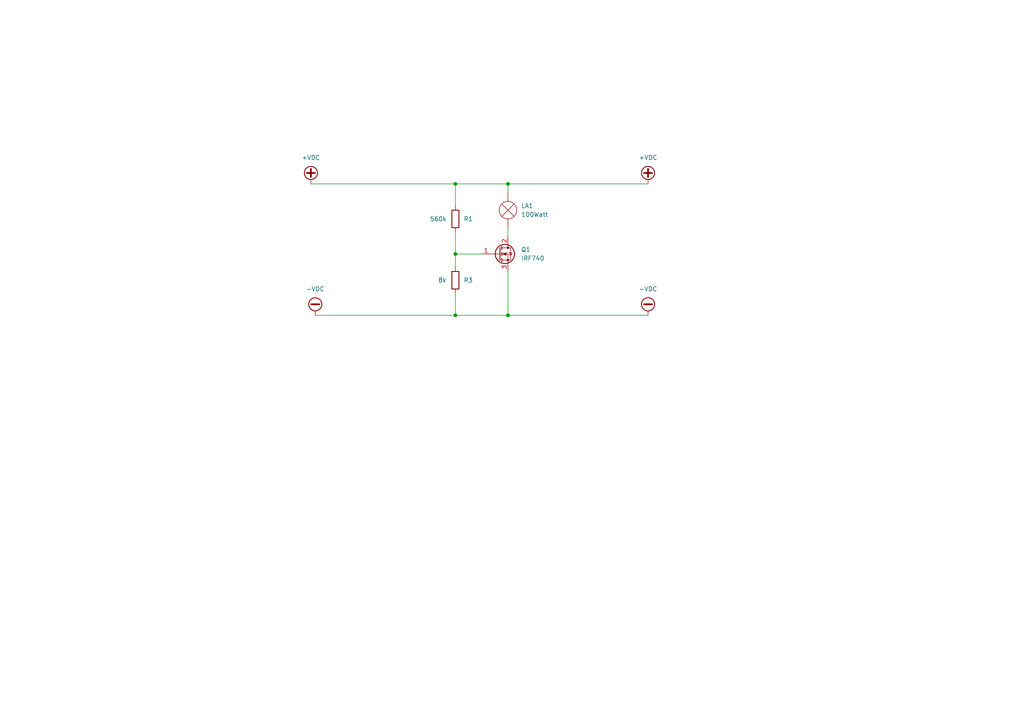
<source format=kicad_sch>
(kicad_sch (version 20231120) (generator "eeschema") (generator_version "7.99")
  (paper "A4")
  (title_block (title "Hight voltage clamping for Hydro V4") (date "2023-12-25") (rev "V0.9") (company "Yr-design") (comment 1 "Clamps top voltage slowly to apply the load resistors"))
  (lib_symbols
    (symbol "Device:Lamp" (pin_numbers hide) (pin_names (offset 0.0254) hide)
      (property "Reference" "LA" (at 0.635 3.81 0))
      (property "Value" "Lamp" (at 0.635 -3.81 0))
      (symbol "Lamp_0_1"
        (polyline (pts (xy -1.778 1.778) (xy 1.778 -1.778)))
        (polyline (pts (xy 1.778 1.778) (xy -1.778 -1.778)))
        (circle (center 0 0) (radius 2.54))
      )
      (symbol "Lamp_1_1"
        (pin passive line (at 0 -5.08 90) (length 2.54) (name "-") (number "1"))
        (pin passive line (at 0 5.08 270) (length 2.54) (name "+") (number "2"))
      )
    )
    (symbol "Device:R" (pin_numbers hide) (pin_names (offset 0))
      (property "Reference" "R" (at 2.032 0 90))
      (property "Value" "R" (at 0 0 90))
      (symbol "R_0_1"
        (rectangle (start -1.016 -2.54) (end 1.016 2.54) (stroke (width 0.254)))
      )
      (symbol "R_1_1"
        (pin passive line (at 0 3.81 270) (length 1.27) (name "~") (number "1"))
        (pin passive line (at 0 -3.81 90) (length 1.27) (name "~") (number "2"))
      )
    )
    (symbol "Transistor_FET:IRF740" (pin_names hide)
      (property "Reference" "Q" (at 6.35 1.905 0))
      (property "Value" "IRF740" (at 6.35 0 0))
      (symbol "IRF740_0_1"
        (polyline (pts (xy 0.254 0) (xy -2.54 0)))
        (polyline (pts (xy 0.254 1.905) (xy 0.254 -1.905)) (stroke (width 0.254)))
        (polyline (pts (xy 0.762 -1.27) (xy 0.762 -2.286)) (stroke (width 0.254)))
        (polyline (pts (xy 0.762 0.508) (xy 0.762 -0.508)) (stroke (width 0.254)))
        (polyline (pts (xy 0.762 2.286) (xy 0.762 1.27)) (stroke (width 0.254)))
        (polyline (pts (xy 2.54 2.54) (xy 2.54 1.778)))
        (polyline (pts (xy 2.54 -2.54) (xy 2.54 0) (xy 0.762 0)))
        (polyline (pts (xy 0.762 -1.778) (xy 3.302 -1.778) (xy 3.302 1.778) (xy 0.762 1.778)))
        (polyline (pts (xy 1.016 0) (xy 2.032 0.381) (xy 2.032 -0.381) (xy 1.016 0)) (fill (type outline)))
        (polyline (pts (xy 2.794 0.508) (xy 2.921 0.381) (xy 3.683 0.381) (xy 3.81 0.254)))
        (polyline (pts (xy 3.302 0.381) (xy 2.921 -0.254) (xy 3.683 -0.254) (xy 3.302 0.381)))
        (circle (center 1.651 0) (radius 2.794) (stroke (width 0.254)))
        (circle (center 2.54 -1.778) (radius 0.254) (fill (type outline)))
        (circle (center 2.54 1.778) (radius 0.254) (fill (type outline)))
      )
      (symbol "IRF740_1_1"
        (pin input line (at -5.08 0 0) (length 2.54) (name "G") (number "1"))
        (pin passive line (at 2.54 5.08 270) (length 2.54) (name "D") (number "2"))
        (pin passive line (at 2.54 -5.08 90) (length 2.54) (name "S") (number "3"))
      )
    )
    (symbol "power:+VDC" (power) (pin_names (offset 0))
      (property "Value" "+VDC" (at 0 6.35 0))
      (symbol "+VDC_0_1"
        (polyline (pts (xy -1.143 3.175) (xy 1.143 3.175)) (stroke (width 0.508)))
        (polyline (pts (xy 0 0) (xy 0 1.27)))
        (polyline (pts (xy 0 2.032) (xy 0 4.318)) (stroke (width 0.508)))
        (circle (center 0 3.175) (radius 1.905) (stroke (width 0.254)))
      )
      (symbol "+VDC_1_1"
        (pin power_in line (at 0 0 90) (length 0) hide (name "+VDC") (number "1"))
      )
    )
    (symbol "power:-VDC" (power) (pin_names (offset 0))
      (property "Value" "-VDC" (at 0 6.35 0))
      (symbol "-VDC_0_1"
        (polyline (pts (xy -1.143 3.175) (xy 1.143 3.175)) (stroke (width 0.508)))
        (polyline (pts (xy 0 0) (xy 0 1.27)))
        (circle (center 0 3.175) (radius 1.905) (stroke (width 0.254)))
      )
      (symbol "-VDC_1_1"
        (pin power_in line (at 0 0 90) (length 0) hide (name "-VDC") (number "1"))
      )
    )
  )
  (junction (at 132.08 91.44))
  (junction (at 147.32 91.44))
  (junction (at 132.08 73.66))
  (junction (at 147.32 53.34))
  (junction (at 132.08 53.34))
  (wire (pts (xy 132.08 53.34) (xy 147.32 53.34)))
  (wire (pts (xy 132.08 59.69) (xy 132.08 53.34)))
  (wire (pts (xy 147.32 91.44) (xy 147.32 78.74)))
  (wire (pts (xy 90.17 53.34) (xy 132.08 53.34)))
  (wire (pts (xy 132.08 73.66) (xy 132.08 77.47)))
  (wire (pts (xy 132.08 67.31) (xy 132.08 73.66)))
  (wire (pts (xy 147.32 53.34) (xy 147.32 55.88)))
  (wire (pts (xy 132.08 73.66) (xy 139.7 73.66)))
  (wire (pts (xy 147.32 91.44) (xy 187.96 91.44)))
  (wire (pts (xy 132.08 91.44) (xy 147.32 91.44)))
  (wire (pts (xy 147.32 53.34) (xy 187.96 53.34)))
  (wire (pts (xy 91.44 91.44) (xy 132.08 91.44)))
  (wire (pts (xy 147.32 66.04) (xy 147.32 68.58)))
  (wire (pts (xy 132.08 85.09) (xy 132.08 91.44)))
  (symbol (lib_id "Device:R") (at 132.08 81.28 180) (unit 1)
    (property "Reference" "R3" (at 137.16 81.28 0) (effects (justify left)))
    (property "Value" "8k" (at 129.54 81.28 0) (effects (justify left)))
    (property "Footprint" "Resistor_THT:R_Axial_DIN0207_L6.3mm_D2.5mm_P7.62mm_Horizontal" (effects (hide yes)))
    (property "Description" "Resistor" (effects (hide yes)))
  )
  (symbol (lib_id "power:+VDC") (at 90.17 53.34 0) (unit 1)
    (property "Reference" "#PWR04" (effects (hide yes)))
    (property "Value" "+VDC" (at 90.17 45.72 0))
    (property "Description" "Power symbol creates a global label with name \"+VDC\"" (effects (hide yes)))
  )
  (symbol (lib_id "power:-VDC") (at 187.96 91.44 0) (unit 1)
    (property "Reference" "#PWR02" (effects (hide yes)))
    (property "Value" "-VDC" (at 187.96 83.82 0))
    (property "Description" "Power symbol creates a global label with name \"-VDC\"" (effects (hide yes)))
  )
  (symbol (lib_id "Transistor_FET:IRF740") (at 144.78 73.66 0) (unit 1)
    (property "Reference" "Q1" (at 151.13 72.3899 0) (effects (justify left)))
    (property "Value" "IRF740" (at 151.13 74.9299 0) (effects (justify left)))
    (property "Footprint" "Package_TO_SOT_THT:TO-220-3_Vertical" (effects (hide yes)))
    (property "Datasheet" "http://www.vishay.com/docs/91054/91054.pdf" (effects (hide yes)))
    (property "Description" "10A Id, 400V Vds, N-Channel Power MOSFET, 500mOhm Rds, TO-220AB" (effects (hide yes)))
  )
  (symbol (lib_id "power:+VDC") (at 187.96 53.34 0) (unit 1)
    (property "Reference" "#PWR01" (effects (hide yes)))
    (property "Value" "+VDC" (at 187.96 45.72 0))
    (property "Description" "Power symbol creates a global label with name \"+VDC\"" (effects (hide yes)))
  )
  (symbol (lib_id "power:-VDC") (at 91.44 91.44 0) (unit 1)
    (property "Reference" "#PWR03" (effects (hide yes)))
    (property "Value" "-VDC" (at 91.44 83.82 0))
    (property "Description" "Power symbol creates a global label with name \"-VDC\"" (effects (hide yes)))
  )
  (symbol (lib_id "Device:Lamp") (at 147.32 60.96 0) (unit 1)
    (property "Reference" "LA1" (at 151.13 59.6899 0) (effects (justify left)))
    (property "Value" "100Watt" (at 151.13 62.2299 0) (effects (justify left)))
    (property "Description" "Lamp" (effects (hide yes)))
  )
  (symbol (lib_id "Device:R") (at 132.08 63.5 180) (unit 1)
    (property "Reference" "R1" (at 137.16 63.5 0) (effects (justify left)))
    (property "Value" "560k" (at 129.54 63.5 0) (effects (justify left)))
    (property "Footprint" "Resistor_THT:R_Axial_DIN0207_L6.3mm_D2.5mm_P7.62mm_Horizontal" (effects (hide yes)))
    (property "Description" "Resistor" (effects (hide yes)))
  )
)
</source>
